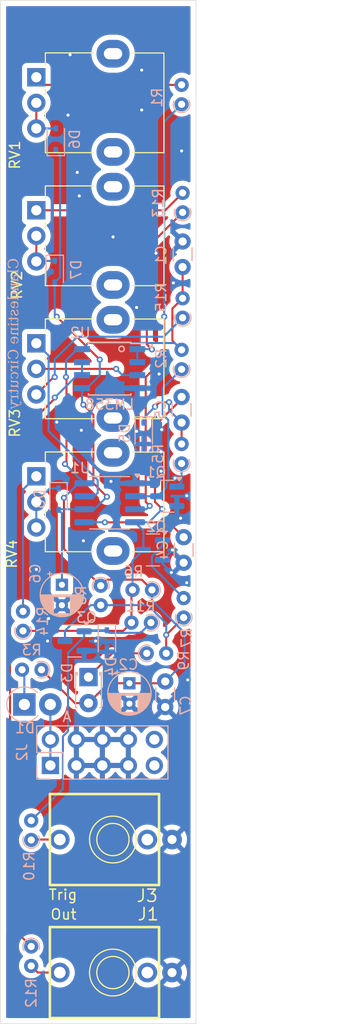
<source format=kicad_pcb>
(kicad_pcb (version 20240108) (generator "pcbnew") (generator_version "8.0")
  (layers (0 "F.Cu" signal) (31 "B.Cu" signal) (34 "B.Paste" user) (35 "F.Paste" user) (36 "B.SilkS" user "B.Silkscreen") (37 "F.SilkS" user "F.Silkscreen") (38 "B.Mask" user) (39 "F.Mask" user) (44 "Edge.Cuts" user))
  (net 0 "")
  (net 1 "+12V")
  (net 2 "GND")
  (net 3 "Net-(U1-CV)")
  (net 4 "Net-(Q2-C)")
  (net 5 "Net-(D5-K)")
  (net 6 "Net-(D6-K)")
  (net 7 "Net-(D1-K)")
  (net 8 "Net-(D1-A)")
  (net 9 "Net-(D3-K)")
  (net 10 "Net-(D4-K)")
  (net 11 "Net-(D6-A)")
  (net 12 "Net-(D7-K)")
  (net 13 "Net-(D8-K)")
  (net 14 "Net-(J1-PadT)")
  (net 17 "Net-(J3-PadT)")
  (net 18 "Net-(Q1-C)")
  (net 19 "Net-(Q1-B)")
  (net 20 "Net-(Q2-B)")
  (net 21 "Net-(Q3-C)")
  (net 22 "Net-(R1-Pad2)")
  (net 23 "Net-(U1-Q)")
  (net 24 "Net-(U2B--)")
  (net 25 "Net-(R13-Pad2)")
  (net 26 "Net-(U2A--)")
  (net 27 "Net-(R14-Pad2)")
  (net 28 "Net-(R15-Pad1)")
  (net 29 "Net-(U1-DIS)")
  (net 30 "Net-(U2A-+)")
  (footprint "mort_mix:PJ398SM" (layer "F.Cu") (at 150 165)
    (property "Reference" "J1" (at 2.3 -5 0) (layer "F.SilkS") (effects (font (size 1.2065 1.2065) (thickness 0.1524)) (justify left bottom)))
    (property "Value" "Out" (at -6.2 -5.1 0) (layer "F.SilkS") (effects (justify left bottom)))
    (pad "S" thru_hole circle (at 5.7658 0) (size 1.9304 1.9304) (drill 0.889) (layers "*.Cu" "*.Mask") (net 2 "GND"))
    (pad "T" thru_hole circle (at -5.207 0) (size 1.9304 1.9304) (drill 1.143) (layers "*.Cu" "*.Mask") (net 14 "Net-(J1-PadT)"))
    (pad "TN" thru_hole circle (at 3.3528 0) (size 1.9304 1.9304) (drill 1.143) (layers "*.Cu" "*.Mask"))
  )
  (footprint "mort_mix:PJ398SM" (layer "F.Cu") (at 150 152)
    (property "Reference" "J3" (at 2.2 6.2 0) (layer "F.SilkS") (effects (font (size 1.2065 1.2065) (thickness 0.1524)) (justify left bottom)))
    (property "Value" "Trig" (at -6.375 5.975 0) (layer "F.SilkS") (effects (justify left bottom)))
    (pad "S" thru_hole circle (at 5.7658 0) (size 1.9304 1.9304) (drill 0.889) (layers "*.Cu" "*.Mask") (net 2 "GND"))
    (pad "T" thru_hole circle (at -5.207 0) (size 1.9304 1.9304) (drill 1.143) (layers "*.Cu" "*.Mask") (net 17 "Net-(J3-PadT)"))
    (pad "TN" thru_hole circle (at 3.3528 0) (size 1.9304 1.9304) (drill 1.143) (layers "*.Cu" "*.Mask"))
  )
  (footprint "mort_mix:Potentiometer_Alpha_RD901F-40-00D_Single_Vertical_withhole" (layer "F.Cu") (at 150 93)
    (property "Reference" "RV2" (at -9.4 4.8 -90) (layer "F.SilkS"))
    (property "Value" "B1M")
    (pad "" thru_hole oval (at 0 -4.8 90) (size 2.72 3.24) (drill oval 1.1 1.8) (layers "*.Cu" "*.Mask"))
    (pad "" thru_hole oval (at 0 4.8 90) (size 2.72 3.24) (drill oval 1.1 1.8) (layers "*.Cu" "*.Mask"))
    (pad "1" thru_hole rect (at -7.5 -2.5 90) (size 1.8 1.8) (drill 1) (layers "*.Cu" "*.Mask") (net 25 "Net-(R13-Pad2)"))
    (pad "2" thru_hole circle (at -7.5 0 90) (size 1.8 1.8) (drill 1) (layers "*.Cu" "*.Mask") (net 12 "Net-(D7-K)"))
    (pad "3" thru_hole circle (at -7.5 2.5 90) (size 1.8 1.8) (drill 1) (layers "*.Cu" "*.Mask") (net 12 "Net-(D7-K)"))
  )
  (footprint "mort_mix:Potentiometer_Alpha_RD901F-40-00D_Single_Vertical_withhole" (layer "F.Cu") (at 150 106)
    (property "Reference" "RV3" (at -9.6 5.3 90) (layer "F.SilkS"))
    (property "Value" "B10K")
    (pad "" thru_hole oval (at 0 -4.8 90) (size 2.72 3.24) (drill oval 1.1 1.8) (layers "*.Cu" "*.Mask"))
    (pad "" thru_hole oval (at 0 4.8 90) (size 2.72 3.24) (drill oval 1.1 1.8) (layers "*.Cu" "*.Mask"))
    (pad "1" thru_hole rect (at -7.5 -2.5 90) (size 1.8 1.8) (drill 1) (layers "*.Cu" "*.Mask") (net 29 "Net-(U1-DIS)"))
    (pad "2" thru_hole circle (at -7.5 0 90) (size 1.8 1.8) (drill 1) (layers "*.Cu" "*.Mask") (net 30 "Net-(U2A-+)"))
    (pad "3" thru_hole circle (at -7.5 2.5 90) (size 1.8 1.8) (drill 1) (layers "*.Cu" "*.Mask") (net 28 "Net-(R15-Pad1)"))
  )
  (footprint "mort_mix:Potentiometer_Alpha_RD901F-40-00D_Single_Vertical_withhole" (layer "F.Cu") (at 150 80)
    (property "Reference" "RV1" (at -9.6 5.1 -90) (layer "F.SilkS"))
    (property "Value" "B1M")
    (pad "" thru_hole oval (at 0 -4.8 90) (size 2.72 3.24) (drill oval 1.1 1.8) (layers "*.Cu" "*.Mask"))
    (pad "" thru_hole oval (at 0 4.8 90) (size 2.72 3.24) (drill oval 1.1 1.8) (layers "*.Cu" "*.Mask"))
    (pad "1" thru_hole rect (at -7.5 -2.5 90) (size 1.8 1.8) (drill 1) (layers "*.Cu" "*.Mask") (net 22 "Net-(R1-Pad2)"))
    (pad "2" thru_hole circle (at -7.5 0 90) (size 1.8 1.8) (drill 1) (layers "*.Cu" "*.Mask") (net 11 "Net-(D6-A)"))
    (pad "3" thru_hole circle (at -7.5 2.5 90) (size 1.8 1.8) (drill 1) (layers "*.Cu" "*.Mask") (net 11 "Net-(D6-A)"))
  )
  (footprint "mort_mix:Potentiometer_Alpha_RD901F-40-00D_Single_Vertical_withhole" (layer "F.Cu") (at 150 119)
    (property "Reference" "RV4" (at -9.9 5.1 90) (layer "F.SilkS"))
    (property "Value" "B1M")
    (pad "" thru_hole oval (at 0 -4.8 90) (size 2.72 3.24) (drill oval 1.1 1.8) (layers "*.Cu" "*.Mask"))
    (pad "" thru_hole oval (at 0 4.8 90) (size 2.72 3.24) (drill oval 1.1 1.8) (layers "*.Cu" "*.Mask"))
    (pad "1" thru_hole rect (at -7.5 -2.5 90) (size 1.8 1.8) (drill 1) (layers "*.Cu" "*.Mask") (net 27 "Net-(R14-Pad2)"))
    (pad "2" thru_hole circle (at -7.5 0 90) (size 1.8 1.8) (drill 1) (layers "*.Cu" "*.Mask") (net 13 "Net-(D8-K)"))
    (pad "3" thru_hole circle (at -7.5 2.5 90) (size 1.8 1.8) (drill 1) (layers "*.Cu" "*.Mask") (net 13 "Net-(D8-K)"))
  )
  (footprint "Capacitor_THT:C_Disc_D3.0mm_W1.6mm_P2.50mm" (layer "B.Cu") (at 156.9 122.45 -90)
    (property "Reference" "C4" (at 1.25 2.05 90) (layer "B.SilkS") (effects (justify mirror)))
    (property "Value" "10nF")
    (pad "1" thru_hole circle (at 0 0 270) (size 1.6 1.6) (drill 0.8) (layers "*.Cu" "*.Mask") (net 3 "Net-(U1-CV)"))
    (pad "2" thru_hole circle (at 2.5 0 270) (size 1.6 1.6) (drill 0.8) (layers "*.Cu" "*.Mask") (net 2 "GND"))
  )
  (footprint "Resistor_THT:R_Axial_DIN0204_L3.6mm_D1.6mm_P1.90mm_Vertical" (layer "B.Cu") (at 143.005 135.4 180)
    (property "Reference" "R3" (at 0.95 1.92 180) (layer "B.SilkS") (effects (justify mirror)))
    (property "Value" "10")
    (pad "1" thru_hole circle (at 0 0 180) (size 1.4 1.4) (drill 0.7) (layers "*.Cu" "*.Mask") (net 1 "+12V"))
    (pad "2" thru_hole oval (at 1.9 0 180) (size 1.4 1.4) (drill 0.7) (layers "*.Cu" "*.Mask") (net 7 "Net-(D1-K)"))
  )
  (footprint "Resistor_THT:R_Axial_DIN0204_L3.6mm_D1.6mm_P1.90mm_Vertical" (layer "B.Cu") (at 153.295 133.8)
    (property "Reference" "R9" (at 3.605 0.7 90) (layer "B.SilkS") (effects (justify mirror)))
    (property "Value" "3k3")
    (pad "1" thru_hole circle (at 0 0) (size 1.4 1.4) (drill 0.7) (layers "*.Cu" "*.Mask") (net 9 "Net-(D3-K)"))
    (pad "2" thru_hole oval (at 1.9 0) (size 1.4 1.4) (drill 0.7) (layers "*.Cu" "*.Mask") (net 21 "Net-(Q3-C)"))
  )
  (footprint "Package_TO_SOT_SMD:SOT-23" (layer "B.Cu") (at 146.2375 132.6 180)
    (property "Reference" "Q3" (at -1.1625 2.3 180) (layer "B.SilkS") (effects (justify mirror)))
    (property "Value" "BC847")
    (pad "1" smd roundrect (at -0.9375 0.95 180) (size 1.475 0.6) (layers "B.Cu" "B.Paste" "B.Mask") (net 10 "Net-(D4-K)"))
    (pad "2" smd roundrect (at -0.9375 -0.95 180) (size 1.475 0.6) (layers "B.Cu" "B.Paste" "B.Mask") (net 2 "GND"))
    (pad "3" smd roundrect (at 0.9375 0 180) (size 1.475 0.6) (layers "B.Cu" "B.Paste" "B.Mask") (net 21 "Net-(Q3-C)"))
  )
  (footprint "Resistor_THT:R_Axial_DIN0204_L3.6mm_D1.6mm_P1.90mm_Vertical" (layer "B.Cu") (at 156.7 80.145 90)
    (property "Reference" "R1" (at 0.645 -2.4 -90) (layer "B.SilkS") (effects (justify mirror)))
    (property "Value" "120")
    (pad "1" thru_hole circle (at 0 0 90) (size 1.4 1.4) (drill 0.7) (layers "*.Cu" "*.Mask") (net 23 "Net-(U1-Q)"))
    (pad "2" thru_hole oval (at 1.9 0 90) (size 1.4 1.4) (drill 0.7) (layers "*.Cu" "*.Mask") (net 22 "Net-(R1-Pad2)"))
  )
  (footprint "Diode_SMD:D_SOD-323" (layer "B.Cu") (at 144.3 96.5 -90)
    (property "Reference" "D7" (at -0.2 -2.1 90) (layer "B.SilkS") (effects (justify mirror)))
    (property "Value" "1N4148WS")
    (pad "1" smd roundrect (at -1.05 0 270) (size 0.6 0.45) (layers "B.Cu" "B.Paste" "B.Mask") (net 12 "Net-(D7-K)"))
    (pad "2" smd roundrect (at 1.05 0 270) (size 0.6 0.45) (layers "B.Cu" "B.Paste" "B.Mask") (net 6 "Net-(D6-K)"))
  )
  (footprint "Connector_PinSocket_2.54mm:PinSocket_2x05_P2.54mm_Vertical" (layer "B.Cu") (at 143.876 144.762 -90)
    (property "Reference" "J2" (at -1.27 2.77 90) (layer "B.SilkS") (effects (justify mirror)))
    (property "Value" "Eurorack_Power_10pin_Unshrouded")
    (pad "1" thru_hole rect (at 0 0 270) (size 1.7 1.7) (drill 1) (layers "*.Cu" "*.Mask") (net 8 "Net-(D1-A)"))
    (pad "2" thru_hole oval (at -2.54 0 270) (size 1.7 1.7) (drill 1) (layers "*.Cu" "*.Mask") (net 8 "Net-(D1-A)"))
    (pad "3" thru_hole oval (at 0 -2.54 270) (size 1.7 1.7) (drill 1) (layers "*.Cu" "*.Mask") (net 2 "GND"))
    (pad "4" thru_hole oval (at -2.54 -2.54 270) (size 1.7 1.7) (drill 1) (layers "*.Cu" "*.Mask") (net 2 "GND"))
    (pad "5" thru_hole oval (at 0 -5.08 270) (size 1.7 1.7) (drill 1) (layers "*.Cu" "*.Mask") (net 2 "GND"))
    (pad "6" thru_hole oval (at -2.54 -5.08 270) (size 1.7 1.7) (drill 1) (layers "*.Cu" "*.Mask") (net 2 "GND"))
    (pad "7" thru_hole oval (at 0 -7.62 270) (size 1.7 1.7) (drill 1) (layers "*.Cu" "*.Mask") (net 2 "GND"))
    (pad "8" thru_hole oval (at -2.54 -7.62 270) (size 1.7 1.7) (drill 1) (layers "*.Cu" "*.Mask") (net 2 "GND"))
    (pad "9" thru_hole oval (at 0 -10.16 270) (size 1.7 1.7) (drill 1) (layers "*.Cu" "*.Mask"))
    (pad "10" thru_hole oval (at -2.54 -10.16 270) (size 1.7 1.7) (drill 1) (layers "*.Cu" "*.Mask"))
  )
  (footprint "Resistor_THT:R_Axial_DIN0204_L3.6mm_D1.6mm_P1.90mm_Vertical" (layer "B.Cu") (at 142 162.455 -90)
    (property "Reference" "R12" (at 4.545 0 90) (layer "B.SilkS") (effects (justify mirror)))
    (property "Value" "1k")
    (pad "1" thru_hole circle (at 0 0 270) (size 1.4 1.4) (drill 0.7) (layers "*.Cu" "*.Mask") (net 24 "Net-(U2B--)"))
    (pad "2" thru_hole oval (at 1.9 0 270) (size 1.4 1.4) (drill 0.7) (layers "*.Cu" "*.Mask") (net 14 "Net-(J1-PadT)"))
  )
  (footprint "Diode_SMD:D_SOD-323" (layer "B.Cu") (at 144.6725 118.7225 -90)
    (property "Reference" "D8" (at 0 1.85 90) (layer "B.SilkS") (effects (justify mirror)))
    (property "Value" "1N4148WS")
    (pad "1" smd roundrect (at -1.05 0 270) (size 0.6 0.45) (layers "B.Cu" "B.Paste" "B.Mask") (net 13 "Net-(D8-K)"))
    (pad "2" smd roundrect (at 1.05 0 270) (size 0.6 0.45) (layers "B.Cu" "B.Paste" "B.Mask") (net 6 "Net-(D6-K)"))
  )
  (footprint "Capacitor_THT:CP_Radial_D4.0mm_P2.00mm" (layer "B.Cu") (at 145 127.1 -90)
    (property "Reference" "C6" (at -1.1 2.6 90) (layer "B.SilkS") (effects (justify mirror)))
    (property "Value" "47uF_5x5.3_16V")
    (pad "1" thru_hole rect (at 0 0 270) (size 1.2 1.2) (drill 0.6) (layers "*.Cu" "*.Mask") (net 6 "Net-(D6-K)"))
    (pad "2" thru_hole circle (at 2 0 270) (size 1.2 1.2) (drill 0.6) (layers "*.Cu" "*.Mask") (net 2 "GND"))
  )
  (footprint "Diode_SMD:D_SOD-323" (layer "B.Cu") (at 153 112.3 -90)
    (property "Reference" "D5" (at 0 1.85 90) (layer "B.SilkS") (effects (justify mirror)))
    (property "Value" "1N4148WS")
    (pad "1" smd roundrect (at -1.05 0 270) (size 0.6 0.45) (layers "B.Cu" "B.Paste" "B.Mask") (net 5 "Net-(D5-K)"))
    (pad "2" smd roundrect (at 1.05 0 270) (size 0.6 0.45) (layers "B.Cu" "B.Paste" "B.Mask") (net 2 "GND"))
  )
  (footprint "Resistor_THT:R_Axial_DIN0204_L3.6mm_D1.6mm_P1.90mm_Vertical" (layer "B.Cu") (at 141.2 131.605 90)
    (property "Reference" "R14" (at 0.95 1.92 -90) (layer "B.SilkS") (effects (justify mirror)))
    (property "Value" "120")
    (pad "1" thru_hole circle (at 0 0 90) (size 1.4 1.4) (drill 0.7) (layers "*.Cu" "*.Mask") (net 4 "Net-(Q2-C)"))
    (pad "2" thru_hole oval (at 1.9 0 90) (size 1.4 1.4) (drill 0.7) (layers "*.Cu" "*.Mask") (net 27 "Net-(R14-Pad2)"))
  )
  (footprint "Capacitor_THT:C_Disc_D3.0mm_W1.6mm_P2.50mm" (layer "B.Cu") (at 155.1 139.05 90)
    (property "Reference" "C7" (at 0.15 2 -90) (layer "B.SilkS") (effects (justify mirror)))
    (property "Value" "100nF")
    (pad "1" thru_hole circle (at 0 0 90) (size 1.6 1.6) (drill 0.8) (layers "*.Cu" "*.Mask") (net 2 "GND"))
    (pad "2" thru_hole circle (at 2.5 0 90) (size 1.6 1.6) (drill 0.8) (layers "*.Cu" "*.Mask") (net 1 "+12V"))
  )
  (footprint "PCM_4ms_Package_SOIC:SOIC-8_3.9x4.9mm_Pitch1.27mm" (layer "B.Cu") (at 149.668 105.98 180)
    (property "Reference" "U2" (at 2.868 3.5 180) (layer "B.SilkS") (effects (justify mirror)))
    (property "Value" "LM358" (at 0 -3.5 180) (layer "B.SilkS") (effects (justify mirror)))
    (pad "1" smd rect (at -2.7 1.905 180) (size 1.55 0.6) (layers "B.Cu" "B.Paste" "B.Mask") (net 26 "Net-(U2A--)"))
    (pad "2" smd rect (at -2.7 0.635 180) (size 1.55 0.6) (layers "B.Cu" "B.Paste" "B.Mask") (net 26 "Net-(U2A--)"))
    (pad "3" smd rect (at -2.7 -0.635 180) (size 1.55 0.6) (layers "B.Cu" "B.Paste" "B.Mask") (net 30 "Net-(U2A-+)"))
    (pad "4" smd rect (at -2.7 -1.905 180) (size 1.55 0.6) (layers "B.Cu" "B.Paste" "B.Mask") (net 2 "GND"))
    (pad "5" smd rect (at 2.7 -1.905 180) (size 1.55 0.6) (layers "B.Cu" "B.Paste" "B.Mask") (net 6 "Net-(D6-K)"))
    (pad "6" smd rect (at 2.7 -0.635 180) (size 1.55 0.6) (layers "B.Cu" "B.Paste" "B.Mask") (net 24 "Net-(U2B--)"))
    (pad "7" smd rect (at 2.7 0.635 180) (size 1.55 0.6) (layers "B.Cu" "B.Paste" "B.Mask") (net 24 "Net-(U2B--)"))
    (pad "8" smd rect (at 2.7 1.905 180) (size 1.55 0.6) (layers "B.Cu" "B.Paste" "B.Mask") (net 1 "+12V"))
  )
  (footprint "Diode_SMD:D_SOD-323" (layer "B.Cu") (at 144.4 83.555 90)
    (property "Reference" "D6" (at 0 1.85 -90) (layer "B.SilkS") (effects (justify mirror)))
    (property "Value" "1N4148WS")
    (pad "1" smd roundrect (at -1.05 0 90) (size 0.6 0.45) (layers "B.Cu" "B.Paste" "B.Mask") (net 6 "Net-(D6-K)"))
    (pad "2" smd roundrect (at 1.05 0 90) (size 0.6 0.45) (layers "B.Cu" "B.Paste" "B.Mask") (net 11 "Net-(D6-A)"))
  )
  (footprint "Package_TO_SOT_SMD:SOT-23" (layer "B.Cu") (at 155.3 118.45 180)
    (property "Reference" "Q1" (at 1.1 2.35 180) (layer "B.SilkS") (effects (justify mirror)))
    (property "Value" "BC847")
    (pad "1" smd roundrect (at -0.9375 0.95 180) (size 1.475 0.6) (layers "B.Cu" "B.Paste" "B.Mask") (net 19 "Net-(Q1-B)"))
    (pad "2" smd roundrect (at -0.9375 -0.95 180) (size 1.475 0.6) (layers "B.Cu" "B.Paste" "B.Mask") (net 2 "GND"))
    (pad "3" smd roundrect (at 0.9375 0 180) (size 1.475 0.6) (layers "B.Cu" "B.Paste" "B.Mask") (net 18 "Net-(Q1-C)"))
  )
  (footprint "Capacitor_THT:C_Disc_D3.0mm_W1.6mm_P2.50mm" (layer "B.Cu") (at 156.7 108.75 -90)
    (property "Reference" "C5" (at 1.25 2.05 90) (layer "B.SilkS") (effects (justify mirror)))
    (property "Value" "10nF")
    (pad "1" thru_hole circle (at 0 0 270) (size 1.6 1.6) (drill 0.8) (layers "*.Cu" "*.Mask") (net 4 "Net-(Q2-C)"))
    (pad "2" thru_hole circle (at 2.5 0 270) (size 1.6 1.6) (drill 0.8) (layers "*.Cu" "*.Mask") (net 5 "Net-(D5-K)"))
  )
  (footprint "Diode_THT:D_DO-41_SOD81_P2.54mm_Vertical_AnodeUp" (layer "B.Cu") (at 141.328234 138.8)
    (property "Reference" "D1" (at 0.071766 2.3 0) (layer "B.SilkS") (effects (justify mirror)))
    (property "Value" "1N5819")
    (fp_text user "A" (at 4.171766 1.2 0) (layer "B.SilkS") (effects (justify mirror)))
    (pad "1" thru_hole rect (at 0 0) (size 2.2 2.2) (drill 1.1) (layers "*.Cu" "*.Mask") (net 7 "Net-(D1-K)"))
    (pad "2" thru_hole oval (at 2.54 0) (size 2.2 2.2) (drill 1.1) (layers "*.Cu" "*.Mask") (net 8 "Net-(D1-A)"))
  )
  (footprint "Capacitor_THT:C_Disc_D3.0mm_W1.6mm_P2.50mm" (layer "B.Cu") (at 156.8 96.05 90)
    (property "Reference" "C1" (at 1.15 -2.1 -90) (layer "B.SilkS") (effects (justify mirror)))
    (property "Value" "100nF")
    (pad "1" thru_hole circle (at 0 0 90) (size 1.6 1.6) (drill 0.8) (layers "*.Cu" "*.Mask") (net 1 "+12V"))
    (pad "2" thru_hole circle (at 2.5 0 90) (size 1.6 1.6) (drill 0.8) (layers "*.Cu" "*.Mask") (net 2 "GND"))
  )
  (footprint "LED_THT:LED_D1.8mm_W3.3mm_H2.4mm" (layer "B.Cu") (at 147.6 136.125 -90)
    (property "Reference" "D3" (at -0.425 2.1 90) (layer "B.SilkS") (effects (justify mirror)))
    (property "Value" "LED")
    (pad "1" thru_hole rect (at 0 0 270) (size 1.8 1.8) (drill 0.9) (layers "*.Cu" "*.Mask") (net 9 "Net-(D3-K)"))
    (pad "2" thru_hole circle (at 2.54 0 270) (size 1.8 1.8) (drill 0.9) (layers "*.Cu" "*.Mask") (net 1 "+12V"))
  )
  (footprint "Package_SO:SOIC-8_3.9x4.9mm_P1.27mm" (layer "B.Cu") (at 149.668 119.087 180)
    (property "Reference" "U1" (at 2.868 3.4 180) (layer "B.SilkS") (effects (justify mirror)))
    (property "Value" "TLC555xD")
    (pad "1" smd roundrect (at -2.475 1.905 180) (size 1.95 0.6) (layers "B.Cu" "B.Paste" "B.Mask") (net 2 "GND"))
    (pad "2" smd roundrect (at -2.475 0.635 180) (size 1.95 0.6) (layers "B.Cu" "B.Paste" "B.Mask") (net 18 "Net-(Q1-C)"))
    (pad "3" smd roundrect (at -2.475 -0.635 180) (size 1.95 0.6) (layers "B.Cu" "B.Paste" "B.Mask") (net 23 "Net-(U1-Q)"))
    (pad "4" smd roundrect (at -2.475 -1.905 180) (size 1.95 0.6) (layers "B.Cu" "B.Paste" "B.Mask") (net 4 "Net-(Q2-C)"))
    (pad "5" smd roundrect (at 2.475 -1.905 180) (size 1.95 0.6) (layers "B.Cu" "B.Paste" "B.Mask") (net 3 "Net-(U1-CV)"))
    (pad "6" smd roundrect (at 2.475 -0.635 180) (size 1.95 0.6) (layers "B.Cu" "B.Paste" "B.Mask") (net 6 "Net-(D6-K)"))
    (pad "7" smd roundrect (at 2.475 0.635 180) (size 1.95 0.6) (layers "B.Cu" "B.Paste" "B.Mask") (net 29 "Net-(U1-DIS)"))
    (pad "8" smd roundrect (at 2.475 1.905 180) (size 1.95 0.6) (layers "B.Cu" "B.Paste" "B.Mask") (net 1 "+12V"))
  )
  (footprint "Resistor_THT:R_Axial_DIN0204_L3.6mm_D1.6mm_P1.90mm_Vertical" (layer "B.Cu") (at 148.795 127.195 -90)
    (property "Reference" "R8" (at 0.95 1.92 90) (layer "B.SilkS") (effects (justify mirror)))
    (property "Value" "4k7")
    (pad "1" thru_hole circle (at 0 0 270) (size 1.4 1.4) (drill 0.7) (layers "*.Cu" "*.Mask") (net 1 "+12V"))
    (pad "2" thru_hole oval (at 1.9 0 270) (size 1.4 1.4) (drill 0.7) (layers "*.Cu" "*.Mask") (net 21 "Net-(Q3-C)"))
  )
  (footprint "Package_TO_SOT_SMD:SOT-23" (layer "B.Cu") (at 153.9 123.7 180)
    (property "Reference" "Q2" (at -0.3 2.3 180) (layer "B.SilkS") (effects (justify mirror)))
    (property "Value" "BC847")
    (pad "1" smd roundrect (at -0.9375 0.95 180) (size 1.475 0.6) (layers "B.Cu" "B.Paste" "B.Mask") (net 20 "Net-(Q2-B)"))
    (pad "2" smd roundrect (at -0.9375 -0.95 180) (size 1.475 0.6) (layers "B.Cu" "B.Paste" "B.Mask") (net 2 "GND"))
    (pad "3" smd roundrect (at 0.9375 0 180) (size 1.475 0.6) (layers "B.Cu" "B.Paste" "B.Mask") (net 4 "Net-(Q2-C)"))
  )
  (footprint "Resistor_THT:R_Axial_DIN0204_L3.6mm_D1.6mm_P1.90mm_Vertical" (layer "B.Cu") (at 156.9 130.305 90)
    (property "Reference" "R7" (at -1.995 0.3 -90) (layer "B.SilkS") (effects (justify mirror)))
    (property "Value" "22k")
    (pad "1" thru_hole circle (at 0 0 90) (size 1.4 1.4) (drill 0.7) (layers "*.Cu" "*.Mask") (net 21 "Net-(Q3-C)"))
    (pad "2" thru_hole oval (at 1.9 0 90) (size 1.4 1.4) (drill 0.7) (layers "*.Cu" "*.Mask") (net 20 "Net-(Q2-B)"))
  )
  (footprint "Capacitor_THT:CP_Radial_D4.0mm_P2.00mm" (layer "B.Cu") (at 151.6 136.727401 -90)
    (property "Reference" "C2" (at -1.827402 0.099999 180) (layer "B.SilkS") (effects (justify mirror)))
    (property "Value" "10uF_5x5.3_16V")
    (pad "1" thru_hole rect (at 0 0 270) (size 1.2 1.2) (drill 0.6) (layers "*.Cu" "*.Mask") (net 1 "+12V"))
    (pad "2" thru_hole circle (at 2 0 270) (size 1.2 1.2) (drill 0.6) (layers "*.Cu" "*.Mask") (net 2 "GND"))
  )
  (footprint "Resistor_THT:R_Axial_DIN0204_L3.6mm_D1.6mm_P1.90mm_Vertical" (layer "B.Cu") (at 156.8 90.705 90)
    (property "Reference" "R13" (at 0.905 -2.4 -90) (layer "B.SilkS") (effects (justify mirror)))
    (property "Value" "120")
    (pad "1" thru_hole circle (at 0 0 90) (size 1.4 1.4) (drill 0.7) (layers "*.Cu" "*.Mask") (net 26 "Net-(U2A--)"))
    (pad "2" thru_hole oval (at 1.9 0 90) (size 1.4 1.4) (drill 0.7) (layers "*.Cu" "*.Mask") (net 25 "Net-(R13-Pad2)"))
  )
  (footprint "Resistor_THT:R_Axial_DIN0204_L3.6mm_D1.6mm_P1.90mm_Vertical" (layer "B.Cu") (at 153.7 130.8 180)
    (property "Reference" "R11" (at 1 1.6 180) (layer "B.SilkS") (effects (justify mirror)))
    (property "Value" "1M")
    (pad "1" thru_hole circle (at 0 0 180) (size 1.4 1.4) (drill 0.7) (layers "*.Cu" "*.Mask") (net 10 "Net-(D4-K)"))
    (pad "2" thru_hole oval (at 1.9 0 180) (size 1.4 1.4) (drill 0.7) (layers "*.Cu" "*.Mask") (net 4 "Net-(Q2-C)"))
  )
  (footprint "Resistor_THT:R_Axial_DIN0204_L3.6mm_D1.6mm_P1.90mm_Vertical" (layer "B.Cu") (at 156.8 101.005 90)
    (property "Reference" "R15" (at 2.005 -2.1 -90) (layer "B.SilkS") (effects (justify mirror)))
    (property "Value" "4K7")
    (pad "1" thru_hole circle (at 0 0 90) (size 1.4 1.4) (drill 0.7) (layers "*.Cu" "*.Mask") (net 28 "Net-(R15-Pad1)"))
    (pad "2" thru_hole oval (at 1.9 0 90) (size 1.4 1.4) (drill 0.7) (layers "*.Cu" "*.Mask") (net 1 "+12V"))
  )
  (footprint "Resistor_THT:R_Axial_DIN0204_L3.6mm_D1.6mm_P1.90mm_Vertical" (layer "B.Cu") (at 156.7 115.245 90)
    (property "Reference" "R5" (at 0.95 -2.3 -90) (layer "B.SilkS") (effects (justify mirror)))
    (property "Value" "10k")
    (pad "1" thru_hole circle (at 0 0 90) (size 1.4 1.4) (drill 0.7) (layers "*.Cu" "*.Mask") (net 19 "Net-(Q1-B)"))
    (pad "2" thru_hole oval (at 1.9 0 90) (size 1.4 1.4) (drill 0.7) (layers "*.Cu" "*.Mask") (net 5 "Net-(D5-K)"))
  )
  (footprint "Resistor_THT:R_Axial_DIN0204_L3.6mm_D1.6mm_P1.90mm_Vertical" (layer "B.Cu") (at 153.805 127.6 180)
    (property "Reference" "R6" (at 1.805 1.8 180) (layer "B.SilkS") (effects (justify mirror)))
    (property "Value" "4k7")
    (pad "1" thru_hole circle (at 0 0 180) (size 1.4 1.4) (drill 0.7) (layers "*.Cu" "*.Mask") (net 1 "+12V"))
    (pad "2" thru_hole oval (at 1.9 0 180) (size 1.4 1.4) (drill 0.7) (layers "*.Cu" "*.Mask") (net 4 "Net-(Q2-C)"))
  )
  (footprint "Resistor_THT:R_Axial_DIN0204_L3.6mm_D1.6mm_P1.90mm_Vertical" (layer "B.Cu") (at 156.7 106.04 90)
    (property "Reference" "R2" (at 1.04 -2 -90) (layer "B.SilkS") (effects (justify mirror)))
    (property "Value" "4k7")
    (pad "1" thru_hole circle (at 0 0 90) (size 1.4 1.4) (drill 0.7) (layers "*.Cu" "*.Mask") (net 18 "Net-(Q1-C)"))
    (pad "2" thru_hole oval (at 1.9 0 90) (size 1.4 1.4) (drill 0.7) (layers "*.Cu" "*.Mask") (net 1 "+12V"))
  )
  (footprint "Diode_SMD:D_SOD-323" (layer "B.Cu") (at 149.4 132.6 -90)
    (property "Reference" "D4" (at 2.5 -0.4 90) (layer "B.SilkS") (effects (justify mirror)))
    (property "Value" "1N4148WS")
    (pad "1" smd roundrect (at -1.05 0 270) (size 0.6 0.45) (layers "B.Cu" "B.Paste" "B.Mask") (net 10 "Net-(D4-K)"))
    (pad "2" smd roundrect (at 1.05 0 270) (size 0.6 0.45) (layers "B.Cu" "B.Paste" "B.Mask") (net 2 "GND"))
  )
  (footprint "Resistor_THT:R_Axial_DIN0204_L3.6mm_D1.6mm_P1.90mm_Vertical" (layer "B.Cu") (at 142 152.045 90)
    (property "Reference" "R10" (at -2.555 -0.2 -90) (layer "B.SilkS") (effects (justify mirror)))
    (property "Value" "10k")
    (pad "1" thru_hole circle (at 0 0 90) (size 1.4 1.4) (drill 0.7) (layers "*.Cu" "*.Mask") (net 17 "Net-(J3-PadT)"))
    (pad "2" thru_hole oval (at 1.9 0 90) (size 1.4 1.4) (drill 0.7) (layers "*.Cu" "*.Mask") (net 10 "Net-(D4-K)"))
  )
  (gr_rect (start 139 70) (end 158.1 170) (stroke (width 0.05)) (fill none) (layer "Edge.Cuts"))
  (gr_text "Clandestine Circutry" (at 140.906281 95.174599 90) (layer "B.SilkS") (effects (font (size 1 1) (thickness 0.1)) (justify left bottom mirror)))
  (segment (start 156.7 96.15) (end 156.8 96.05) (width 0.2) (layer "F.Cu") (net 1))
  (segment (start 156.7 104.14) (end 155.8 103.24) (width 0.2) (layer "F.Cu") (net 1))
  (segment (start 145.4 106.8) (end 145.45 106.75) (width 0.2) (layer "F.Cu") (net 1))
  (segment (start 155.1 136.55) (end 154.922601 136.727399) (width 0.2) (layer "F.Cu") (net 1))
  (segment (start 145.45 115.15) (end 145.45 106.85) (width 0.2) (layer "F.Cu") (net 1))
  (segment (start 148.795 127.195) (end 145.2 123.6) (width 0.2) (layer "F.Cu") (net 1))
  (segment (start 155.8 100.105) (end 156.8 99.105) (width 0.2) (layer "F.Cu") (net 1))
  (segment (start 154.922601 136.727399) (end 149.537601 136.727399) (width 0.2) (layer "F.Cu") (net 1))
  (segment (start 155.8 103.24) (end 155.8 100.105) (width 0.2) (layer "F.Cu") (net 1))
  (segment (start 146.27 138.665) (end 143.005 135.4) (width 0.2) (layer "F.Cu") (net 1))
  (segment (start 149.39 126.6) (end 148.795 127.195) (width 0.2) (layer "F.Cu") (net 1))
  (segment (start 147.6 138.665) (end 146.27 138.665) (width 0.2) (layer "F.Cu") (net 1))
  (segment (start 145.2 118.6) (end 145.2 118.7) (width 0.2) (layer "F.Cu") (net 1))
  (segment (start 149.537601 136.727399) (end 147.6 138.665) (width 0.2) (layer "F.Cu") (net 1))
  (segment (start 153.805 127.6) (end 152.805 126.6) (width 0.2) (layer "F.Cu") (net 1))
  (segment (start 145.3 115.3) (end 145.45 115.15) (width 0.2) (layer "F.Cu") (net 1))
  (segment (start 152.805 126.6) (end 149.39 126.6) (width 0.2) (layer "F.Cu") (net 1))
  (segment (start 145.2 123.6) (end 145.2 118.6) (width 0.2) (layer "F.Cu") (net 1))
  (segment (start 145.45 106.75) (end 145.45 106.65) (width 0.2) (layer "F.Cu") (net 1))
  (segment (start 156.8 99.105) (end 156.8 96.05) (width 0.2) (layer "F.Cu") (net 1))
  (segment (start 145.45 106.85) (end 145.4 106.8) (width 0.2) (layer "F.Cu") (net 1))
  (via (at 145.4 106.8) (size 0.6) (drill 0.3) (layers "F.Cu" "B.Cu") (net 1))
  (via (at 145.3 115.3) (size 0.6) (drill 0.3) (layers "F.Cu" "B.Cu") (net 1))
  (via (at 145.2 118.6) (size 0.6) (drill 0.3) (layers "F.Cu" "B.Cu") (net 1))
  (segment (start 153.805 128.624214) (end 153.805 127.6) (width 0.2) (layer "B.Cu") (net 1))
  (segment (start 157 134.65) (end 157 131.819214) (width 0.2) (layer "B.Cu") (net 1))
  (segment (start 145.311 115.3) (end 145.3 115.3) (width 0.2) (layer "B.Cu") (net 1))
  (segment (start 145.4 105.168) (end 145.4 106.8) (width 0.2) (layer "B.Cu") (net 1))
  (segment (start 146.968 104.075) (end 146.493 104.075) (width 0.2) (layer "B.Cu") (net 1))
  (segment (start 147.568 103.475) (end 156.035 103.475) (width 0.2) (layer "B.Cu") (net 1))
  (segment (start 146.968 104.075) (end 147.568 103.475) (width 0.2) (layer "B.Cu") (net 1))
  (segment (start 157 131.819214) (end 153.805 128.624214) (width 0.2) (layer "B.Cu") (net 1))
  (segment (start 146.618 117.182) (end 145.2 118.6) (width 0.2) (layer "B.Cu") (net 1))
  (segment (start 156.035 103.475) (end 156.7 104.14) (width 0.2) (layer "B.Cu") (net 1))
  (segment (start 146.493 104.075) (end 145.4 105.168) (width 0.2) (layer "B.Cu") (net 1))
  (segment (start 147.193 117.182) (end 145.311 115.3) (width 0.2) (layer "B.Cu") (net 1))
  (segment (start 147.193 117.182) (end 146.618 117.182) (width 0.2) (layer "B.Cu") (net 1))
  (segment (start 155.1 136.55) (end 157 134.65) (width 0.2) (layer "B.Cu") (net 1))
  (via (at 155.9 97.6) (size 0.6) (drill 0.3) (layers "F.Cu" "B.Cu") (net 2))
  (via (at 156.6 120.6) (size 0.6) (drill 0.3) (layers "F.Cu" "B.Cu") (net 2))
  (via (at 143.7 130.4) (size 0.6) (drill 0.3) (layers "F.Cu" "B.Cu") (net 2))
  (via (at 149.8 117) (size 0.6) (drill 0.3) (layers "F.Cu" "B.Cu") (net 2))
  (via (at 157.3 136.4) (size 0.6) (drill 0.3) (layers "F.Cu" "B.Cu") (net 2))
  (via (at 145.8 75.3) (size 0.6) (drill 0.3) (layers "F.Cu" "B.Cu") (net 2))
  (via (at 154.5 106.5) (size 0.6) (drill 0.3) (layers "F.Cu" "B.Cu") (net 2))
  (via (at 146.9 112) (size 0.6) (drill 0.3) (layers "F.Cu" "B.Cu") (net 2))
  (via (at 155.8 123.7) (size 0.6) (drill 0.3) (layers "F.Cu" "B.Cu") (net 2))
  (via (at 154.7 114.1) (size 0.6) (drill 0.3) (layers "F.Cu" "B.Cu") (net 2))
  (via (at 156.05 116.682133) (size 0.6) (drill 0.3) (layers "F.Cu" "B.Cu") (net 2))
  (via (at 157.2 126.9) (size 0.6) (drill 0.3) (layers "F.Cu" "B.Cu") (net 2))
  (via (at 156.7 84.7) (size 0.6) (drill 0.3) (layers "F.Cu" "B.Cu") (net 2))
  (via (at 155.7 125.9) (size 0.6) (drill 0.3) (layers "F.Cu" "B.Cu") (net 2))
  (via (at 154.699998 116) (size 0.6) (drill 0.3) (layers "F.Cu" "B.Cu") (net 2))
  (via (at 146.5 86.8) (size 0.6) (drill 0.3) (layers "F.Cu" "B.Cu") (net 2))
  (via (at 157.2 118.4) (size 0.6) (drill 0.3) (layers "F.Cu" "B.Cu") (net 2))
  (via (at 154.2 94.7) (size 0.6) (drill 0.3) (layers "F.Cu" "B.Cu") (net 2))
  (via (at 150 93.1) (size 0.6) (drill 0.3) (layers "F.Cu" "B.Cu") (net 2))
  (via (at 146.7 89.1) (size 0.6) (drill 0.3) (layers "F.Cu" "B.Cu") (net 2))
  (via (at 147.1 122.8) (size 0.6) (drill 0.3) (layers "F.Cu" "B.Cu") (net 2))
  (via (at 142.5 125.6) (size 0.6) (drill 0.3) (layers "F.Cu" "B.Cu") (net 2))
  (via (at 145.6 81.2) (size 0.6) (drill 0.3) (layers "F.Cu" "B.Cu") (net 2))
  (via (at 144.5 111.2) (size 0.6) (drill 0.3) (layers "F.Cu" "B.Cu") (net 2))
  (via (at 148.3 132.6) (size 0.6) (drill 0.3) (layers "F.Cu" "B.Cu") (net 2))
  (via (at 152.3 112.1) (size 0.6) (drill 0.3) (layers "F.Cu" "B.Cu") (net 2))
  (via (at 143.6 132.6) (size 0.6) (drill 0.3) (layers "F.Cu" "B.Cu") (net 2))
  (via (at 152.3 100) (size 0.6) (drill 0.3) (layers "F.Cu" "B.Cu") (net 2))
  (via (at 152.8 80.7) (size 0.6) (drill 0.3) (layers "F.Cu" "B.Cu") (net 2))
  (via (at 154.756992 111.936506) (size 0.6) (drill 0.3) (layers "F.Cu" "B.Cu") (net 2))
  (via (at 152.8 76.8) (size 0.6) (drill 0.3) (layers "F.Cu" "B.Cu") (net 2))
  (segment (start 154.8375 124.65) (end 154.85 124.65) (width 0.2) (layer "B.Cu") (net 2))
  (segment (start 154.8375 124.65) (end 154.8375 125.0375) (width 0.2) (layer "B.Cu") (net 2))
  (segment (start 154.85 124.65) (end 155.8 123.7) (width 0.2) (layer "B.Cu") (net 2))
  (segment (start 154.8375 125.0375) (end 155.7 125.9) (width 0.2) (layer "B.Cu") (net 2))
  (segment (start 156.9 122.45) (end 155.45 121) (width 0.2) (layer "F.Cu") (net 3))
  (segment (start 155.45 121) (end 149.2 121) (width 0.2) (layer "F.Cu") (net 3))
  (via (at 149.2 121) (size 0.6) (drill 0.3) (layers "F.Cu" "B.Cu") (net 3))
  (segment (start 149.192 120.992) (end 149.2 121) (width 0.2) (layer "B.Cu") (net 3))
  (segment (start 147.193 120.992) (end 149.192 120.992) (width 0.2) (layer "B.Cu") (net 3))
  (segment (start 154.1 119) (end 154.8 119.7) (width 0.2) (layer "F.Cu") (net 4))
  (segment (start 154.1 111.550359) (end 154.1 119) (width 0.2) (layer "F.Cu") (net 4))
  (segment (start 156.7 108.950359) (end 154.1 111.550359) (width 0.2) (layer "F.Cu") (net 4))
  (segment (start 151.8 130.8) (end 151.8 127.705) (width 0.2) (layer "F.Cu") (net 4))
  (segment (start 151.8 127.705) (end 151.905 127.6) (width 0.2) (layer "F.Cu") (net 4))
  (segment (start 150.995 131.605) (end 151.8 130.8) (width 0.2) (layer "F.Cu") (net 4))
  (segment (start 141.2 131.605) (end 150.995 131.605) (width 0.2) (layer "F.Cu") (net 4))
  (segment (start 156.7 108.75) (end 156.7 108.950359) (width 0.2) (layer "F.Cu") (net 4))
  (via (at 154.8 119.7) (size 0.6) (drill 0.3) (layers "F.Cu" "B.Cu") (net 4))
  (segment (start 152.143 120.992) (end 152.9625 121.8115) (width 0.2) (layer "B.Cu") (net 4))
  (segment (start 153.508 120.992) (end 152.143 120.992) (width 0.2) (layer "B.Cu") (net 4))
  (segment (start 152.9625 121.8115) (end 152.9625 123.7) (width 0.2) (layer "B.Cu") (net 4))
  (segment (start 151.905 127.6) (end 151.905 124.7575) (width 0.2) (layer "B.Cu") (net 4))
  (segment (start 154.8 119.7) (end 153.508 120.992) (width 0.2) (layer "B.Cu") (net 4))
  (segment (start 151.905 124.7575) (end 152.9625 123.7) (width 0.2) (layer "B.Cu") (net 4))
  (segment (start 156.7 113.345) (end 156.7 111.25) (width 0.2) (layer "F.Cu") (net 5))
  (segment (start 155.471493 109.259627) (end 154.540377 109.259627) (width 0.2) (layer "F.Cu") (net 5))
  (segment (start 154.540377 109.259627) (end 154.100004 109.7) (width 0.2) (layer "F.Cu") (net 5))
  (via (at 155.471493 109.259627) (size 0.6) (drill 0.3) (layers "F.Cu" "B.Cu") (net 5))
  (via (at 154.100004 109.7) (size 0.6) (drill 0.3) (layers "F.Cu" "B.Cu") (net 5))
  (segment (start 156.7 111.25) (end 155.471493 110.021493) (width 0.2) (layer "B.Cu") (net 5))
  (segment (start 153 110.800004) (end 154.100004 109.7) (width 0.2) (layer "B.Cu") (net 5))
  (segment (start 153 111.25) (end 153 110.800004) (width 0.2) (layer "B.Cu") (net 5))
  (segment (start 155.471493 110.021493) (end 155.471493 109.259627) (width 0.2) (layer "B.Cu") (net 5))
  (segment (start 148.7 105.1) (end 144.500002 100.900002) (width 0.2) (layer "F.Cu") (net 6))
  (segment (start 149.4 118.5) (end 148.08 117.18) (width 0.2) (layer "F.Cu") (net 6))
  (segment (start 148.08 117.18) (end 148.08 110.48) (width 0.2) (layer "F.Cu") (net 6))
  (segment (start 144.500002 100.900002) (end 144.500002 100.9) (width 0.2) (layer "F.Cu") (net 6))
  (segment (start 148.08 110.48) (end 147.1 109.5) (width 0.2) (layer "F.Cu") (net 6))
  (via (at 148.699999 105.099998) (size 0.6) (drill 0.3) (layers "F.Cu" "B.Cu") (net 6))
  (via (at 144.500002 100.9) (size 0.6) (drill 0.3) (layers "F.Cu" "B.Cu") (net 6))
  (via (at 149.4 118.5) (size 0.6) (drill 0.3) (layers "F.Cu" "B.Cu") (net 6))
  (via (at 147.1 109.5) (size 0.6) (drill 0.3) (layers "F.Cu" "B.Cu") (net 6))
  (segment (start 147.443 107.885) (end 148.699999 106.628001) (width 0.2) (layer "B.Cu") (net 6))
  (segment (start 146.968 107.885) (end 146.968 109.368) (width 0.2) (layer "B.Cu") (net 6))
  (segment (start 144.825 85.03) (end 144.4 84.605) (width 0.2) (layer "B.Cu") (net 6))
  (segment (start 149.4 118.5) (end 149.5 118.4) (width 0.2) (layer "B.Cu") (net 6))
  (segment (start 144.825 97.025) (end 144.825 85.03) (width 0.2) (layer "B.Cu") (net 6))
  (segment (start 147.193 119.722) (end 144.723 119.722) (width 0.2) (layer "B.Cu") (net 6))
  (segment (start 144.3 100.699998) (end 144.500002 100.9) (width 0.2) (layer "B.Cu") (net 6))
  (segment (start 148.699999 106.628001) (end 148.699999 105.099998) (width 0.2) (layer "B.Cu") (net 6))
  (segment (start 144.3 97.55) (end 144.3 100.699998) (width 0.2) (layer "B.Cu") (net 6))
  (segment (start 146.968 107.885) (end 147.443 107.885) (width 0.2) (layer "B.Cu") (net 6))
  (segment (start 146.968 109.368) (end 147.1 109.5) (width 0.2) (layer "B.Cu") (net 6))
  (segment (start 145 127.1) (end 145 120.1) (width 0.2) (layer "B.Cu") (net 6))
  (segment (start 144.3 97.55) (end 144.825 97.025) (width 0.2) (layer "B.Cu") (net 6))
  (segment (start 147.193 119.722) (end 148.178 119.722) (width 0.2) (layer "B.Cu") (net 6))
  (segment (start 144.723 119.722) (end 144.6725 119.7725) (width 0.2) (layer "B.Cu") (net 6))
  (segment (start 145 120.1) (end 144.6725 119.7725) (width 0.2) (layer "B.Cu") (net 6))
  (segment (start 148.178 119.722) (end 149.4 118.5) (width 0.2) (layer "B.Cu") (net 6))
  (segment (start 141.328234 138.8) (end 141.328234 135.623234) (width 0.2) (layer "B.Cu") (net 7))
  (segment (start 141.328234 135.623234) (end 141.105 135.4) (width 0.2) (layer "B.Cu") (net 7))
  (segment (start 143.876 138.807766) (end 143.868234 138.8) (width 0.2) (layer "B.Cu") (net 8))
  (segment (start 143.876 144.762) (end 143.876 142.222) (width 0.2) (layer "B.Cu") (net 8))
  (segment (start 143.876 142.222) (end 143.876 138.807766) (width 0.2) (layer "B.Cu") (net 8))
  (segment (start 149.925 133.8) (end 153.295 133.8) (width 0.2) (layer "F.Cu") (net 9))
  (segment (start 147.6 136.125) (end 149.925 133.8) (width 0.2) (layer "F.Cu") (net 9))
  (segment (start 145.6 141.411654) (end 145.1 141.911654) (width 0.2) (layer "B.Cu") (net 10))
  (segment (start 149.4 131.55) (end 149.65 131.8) (width 0.2) (layer "B.Cu") (net 10))
  (segment (start 147.175 131.65) (end 147.175 132.171948) (width 0.2) (layer "B.Cu") (net 10))
  (segment (start 149.4 131.55) (end 147.275 131.55) (width 0.2) (layer "B.Cu") (net 10))
  (segment (start 149.65 131.8) (end 152.7 131.8) (width 0.2) (layer "B.Cu") (net 10))
  (segment (start 147.175 132.171948) (end 145.6 133.746948) (width 0.2) (layer "B.Cu") (net 10))
  (segment (start 145.6 133.746948) (end 145.6 141.411654) (width 0.2) (layer "B.Cu") (net 10))
  (segment (start 145.1 147.045) (end 142 150.145) (width 0.2) (layer "B.Cu") (net 10))
  (segment (start 145.1 141.911654) (end 145.1 147.045) (width 0.2) (layer "B.Cu") (net 10))
  (segment (start 147.275 131.55) (end 147.175 131.65) (width 0.2) (layer "B.Cu") (net 10))
  (segment (start 152.7 131.8) (end 153.7 130.8) (width 0.2) (layer "B.Cu") (net 10))
  (segment (start 142.5 82.5) (end 142.5 80) (width 0.2) (layer "F.Cu") (net 11))
  (segment (start 142.505 82.505) (end 142.5 82.5) (width 0.2) (layer "B.Cu") (net 11))
  (segment (start 144.4 82.505) (end 142.505 82.505) (width 0.2) (layer "B.Cu") (net 11))
  (segment (start 142.5 95.5) (end 142.5 93) (width 0.2) (layer "F.Cu") (net 12))
  (segment (start 142.55 95.45) (end 142.5 95.5) (width 0.2) (layer "B.Cu") (net 12))
  (segment (start 144.3 95.45) (end 142.55 95.45) (width 0.2) (layer "B.Cu") (net 12))
  (segment (start 144.6725 117.6725) (end 143.8275 117.6725) (width 0.2) (layer "B.Cu") (net 13))
  (segment (start 143.8275 117.6725) (end 142.5 119) (width 0.2) (layer "B.Cu") (net 13))
  (segment (start 142.5 121.5) (end 142.5 119) (width 0.2) (layer "B.Cu") (net 13))
  (segment (start 142.645 165) (end 142 164.355) (width 0.2) (layer "F.Cu") (net 14))
  (segment (start 144.793 165) (end 142.645 165) (width 0.2) (layer "F.Cu") (net 14))
  (segment (start 144.793 152) (end 142.045 152) (width 0.2) (layer "F.Cu") (net 17))
  (segment (start 142.045 152) (end 142 152.045) (width 0.2) (layer "F.Cu") (net 17))
  (segment (start 155.4 111) (end 154.85 110.45) (width 0.2) (layer "B.Cu") (net 18))
  (segment (start 154.3625 118.45) (end 152.145 118.45) (width 0.2) (layer "B.Cu") (net 18))
  (segment (start 152.145 118.45) (end 152.143 118.452) (width 0.2) (layer "B.Cu") (net 18))
  (segment (start 154.85 110.45) (end 154.85 107.89) (width 0.2) (layer "B.Cu") (net 18))
  (segment (start 155.2 117.6125) (end 155.2 117.159448) (width 0.2) (layer "B.Cu") (net 18))
  (segment (start 155.2 117.159448) (end 155.4 116.959448) (width 0.2) (layer "B.Cu") (net 18))
  (segment (start 154.3625 118.45) (end 155.2 117.6125) (width 0.2) (layer "B.Cu") (net 18))
  (segment (start 155.4 116.959448) (end 155.4 111) (width 0.2) (layer "B.Cu") (net 18))
  (segment (start 154.85 107.89) (end 156.7 106.04) (width 0.2) (layer "B.Cu") (net 18))
  (segment (start 156.2375 117.5) (end 156.7 117.0375) (width 0.2) (layer "B.Cu") (net 19))
  (segment (start 156.7 117.0375) (end 156.7 115.245) (width 0.2) (layer "B.Cu") (net 19))
  (segment (start 153.8 125.305) (end 156.9 128.405) (width 0.2) (layer "B.Cu") (net 20))
  (segment (start 154.8375 123.271948) (end 153.8 124.309448) (width 0.2) (layer "B.Cu") (net 20))
  (segment (start 154.8375 122.75) (end 154.8375 123.271948) (width 0.2) (layer "B.Cu") (net 20))
  (segment (start 153.8 124.309448) (end 153.8 125.305) (width 0.2) (layer "B.Cu") (net 20))
  (segment (start 155.205 132) (end 156.9 130.305) (width 0.2) (layer "F.Cu") (net 21))
  (segment (start 155.2 132) (end 155.205 132) (width 0.2) (layer "F.Cu") (net 21))
  (segment (start 155.195 133.8) (end 155.195 132.005) (width 0.2) (layer "F.Cu") (net 21))
  (segment (start 155.195 132.005) (end 155.2 132) (width 0.2) (layer "F.Cu") (net 21))
  (via (at 155.2 132) (size 0.6) (drill 0.3) (layers "F.Cu" "B.Cu") (net 21))
  (segment (start 145.3 132.6) (end 145.3 131.600051) (width 0.2) (layer "B.Cu") (net 21))
  (segment (start 147.805051 129.095) (end 148.795 129.095) (width 0.2) (layer "B.Cu") (net 21))
  (segment (start 153.409214 129.095) (end 155.2 130.885786) (width 0.2) (layer "B.Cu") (net 21))
  (segment (start 145.3 131.600051) (end 147.805051 129.095) (width 0.2) (layer "B.Cu") (net 21))
  (segment (start 155.2 130.885786) (end 155.2 132) (width 0.2) (layer "B.Cu") (net 21))
  (segment (start 148.795 129.095) (end 153.409214 129.095) (width 0.2) (layer "B.Cu") (net 21))
  (segment (start 156.7 78.245) (end 143.245 78.245) (width 0.2) (layer "F.Cu") (net 22))
  (segment (start 143.245 78.245) (end 142.5 77.5) (width 0.2) (layer "F.Cu") (net 22))
  (segment (start 153.1925 106.8075) (end 153.1925 119.002394) (width 0.2) (layer "F.Cu") (net 23))
  (segment (start 155 105) (end 153.1925 106.8075) (width 0.2) (layer "F.Cu") (net 23))
  (segment (start 153.1925 119.002394) (end 153.579677 119.389571) (width 0.2) (layer "F.Cu") (net 23))
  (segment (start 155 100.9) (end 155 105) (width 0.2) (layer "F.Cu") (net 23))
  (via (at 153.579677 119.389571) (size 0.6) (drill 0.3) (layers "F.Cu" "B.Cu") (net 23))
  (via (at 155 100.9) (size 0.6) (drill 0.3) (layers "F.Cu" "B.Cu") (net 23))
  (segment (start 155 81.845) (end 155 100.9) (width 0.2) (layer "B.Cu") (net 23))
  (segment (start 153.247248 119.722) (end 153.579677 119.389571) (width 0.2) (layer "B.Cu") (net 23))
  (segment (start 156.7 80.145) (end 155 81.845) (width 0.2) (layer "B.Cu") (net 23))
  (segment (start 152.143 119.722) (end 153.247248 119.722) (width 0.2) (layer "B.Cu") (net 23))
  (segment (start 142 162.455) (end 139.928234 160.383234) (width 0.2) (layer "F.Cu") (net 24))
  (segment (start 139.928234 160.383234) (end 139.928234 113.271766) (width 0.2) (layer "F.Cu") (net 24))
  (segment (start 144.3 108.9) (end 144.3 108.8) (width 0.2) (layer "F.Cu") (net 24))
  (segment (start 139.928234 113.271766) (end 144.3 108.9) (width 0.2) (layer "F.Cu") (net 24))
  (via (at 144.3 108.8) (size 0.6) (drill 0.3) (layers "F.Cu" "B.Cu") (net 24))
  (segment (start 146.493 106.615) (end 144.308 108.8) (width 0.2) (layer "B.Cu") (net 24))
  (segment (start 146.968 105.345) (end 146.968 106.615) (width 0.2) (layer "B.Cu") (net 24))
  (segment (start 144.308 108.8) (end 144.3 108.8) (width 0.2) (layer "B.Cu") (net 24))
  (segment (start 146.968 106.615) (end 146.493 106.615) (width 0.2) (layer "B.Cu") (net 24))
  (segment (start 155.105 90.5) (end 142.5 90.5) (width 0.2) (layer "F.Cu") (net 25))
  (segment (start 156.8 88.805) (end 155.105 90.5) (width 0.2) (layer "F.Cu") (net 25))
  (segment (start 153.8 104.1) (end 153.3 103.6) (width 0.2) (layer "F.Cu") (net 26))
  (segment (start 153.3 94.205) (end 156.8 90.705) (width 0.2) (layer "F.Cu") (net 26))
  (segment (start 153.3 103.6) (end 153.3 94.205) (width 0.2) (layer "F.Cu") (net 26))
  (via (at 153.8 104.1) (size 0.6) (drill 0.3) (layers "F.Cu" "B.Cu") (net 26))
  (segment (start 152.368 104.075) (end 153.775 104.075) (width 0.2) (layer "B.Cu") (net 26))
  (segment (start 152.368 104.075) (end 152.368 105.345) (width 0.2) (layer "B.Cu") (net 26))
  (segment (start 153.775 104.075) (end 153.8 104.1) (width 0.2) (layer "B.Cu") (net 26))
  (segment (start 141.2 129.705) (end 141.2 117.8) (width 0.2) (layer "B.Cu") (net 27))
  (segment (start 141.2 117.8) (end 142.5 116.5) (width 0.2) (layer "B.Cu") (net 27))
  (segment (start 144.3 106.8) (end 144.2 106.8) (width 0.2) (layer "F.Cu") (net 28))
  (segment (start 144.2 106.8) (end 142.5 108.5) (width 0.2) (layer "F.Cu") (net 28))
  (via (at 144.3 106.8) (size 0.6) (drill 0.3) (layers "F.Cu" "B.Cu") (net 28))
  (segment (start 146.508 102.86) (end 154.945 102.86) (width 0.2) (layer "B.Cu") (net 28))
  (segment (start 144.3 105.068) (end 146.508 102.86) (width 0.2) (layer "B.Cu") (net 28))
  (segment (start 144.3 106.8) (end 144.3 105.068) (width 0.2) (layer "B.Cu") (net 28))
  (segment (start 154.945 102.86) (end 156.8 101.005) (width 0.2) (layer "B.Cu") (net 28))
  (segment (start 148.5 116.873448) (end 148.5 118.119999) (width 0.2) (layer "B.Cu") (net 29))
  (segment (start 142.5 103.5) (end 143.7 104.7) (width 0.2) (layer "B.Cu") (net 29))
  (segment (start 148.5 118.119999) (end 148.167999 118.452) (width 0.2) (layer "B.Cu") (net 29))
  (segment (start 143.7 112.073448) (end 148.5 116.873448) (width 0.2) (layer "B.Cu") (net 29))
  (segment (start 143.7 104.7) (end 143.7 112.073448) (width 0.2) (layer "B.Cu") (net 29))
  (segment (start 148.167999 118.452) (end 147.193 118.452) (width 0.2) (layer "B.Cu") (net 29))
  (segment (start 142.5 106) (end 150.3 106) (width 0.2) (layer "F.Cu") (net 30))
  (via (at 150.3 106) (size 0.6) (drill 0.3) (layers "F.Cu" "B.Cu") (net 30))
  (segment (start 152.368 106.615) (end 150.915 106.615) (width 0.2) (layer "B.Cu") (net 30))
  (segment (start 150.915 106.615) (end 150.3 106) (width 0.2) (layer "B.Cu") (net 30))
  (zone (net 2) (net_name "GND") (layers "F&B.Cu") (connect_pads (clearance 0.5)) (min_thickness 0.25) (fill yes (thermal_gap 0.5) (thermal_bridge_width 0.5))
    (polygon (pts (xy 139 170) (xy 158.1 170) (xy 158.1 70) (xy 139 70)))
  )
)
</source>
